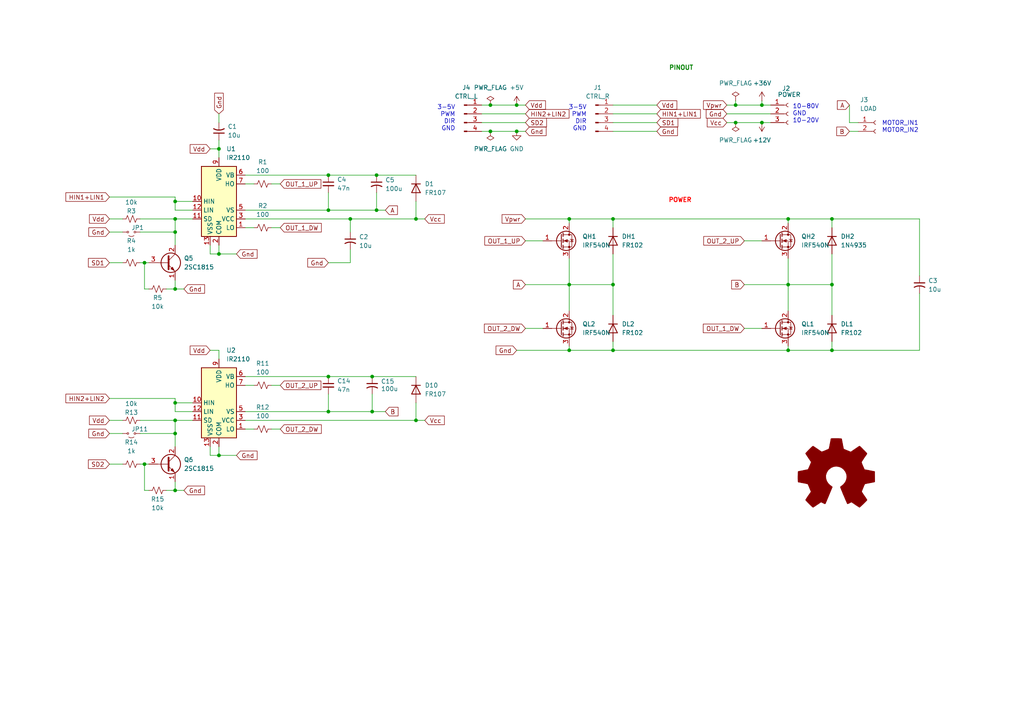
<source format=kicad_sch>
(kicad_sch (version 20250114) (generator "eeschema") (generator_version "9.0")
  (paper "A4")
  (title_block (title "DC MOTOR DRIVER") (date "2025-10-23") (rev "1.0") (comment 3 "Aplicacion: Variador de velocidad de motor DC con inversión de giro.") (comment 4 "Controlador PWM"))
  (lib_symbols
    (symbol "Connector:Conn_01x02_Socket" (pin_names (offset 1.016) (hide yes))
      (property "Reference" "J" (at 0 2.54 0))
      (property "Value" "Conn_01x02_Socket" (at 0 -5.08 0))
      (symbol "Conn_01x02_Socket_1_1"
        (polyline (pts (xy -1.27 0) (xy -0.508 0)) (stroke (width 0.1524)))
        (polyline (pts (xy -1.27 -2.54) (xy -0.508 -2.54)) (stroke (width 0.1524)))
        (arc (start 0 -0.508) (mid -0.5058 0) (end 0 0.508) (stroke (width 0.1524)))
        (arc (start 0 -3.048) (mid -0.5058 -2.54) (end 0 -2.032) (stroke (width 0.1524)))
        (pin passive line (at -5.08 0 0) (length 3.81) (name "Pin_1") (number "1"))
        (pin passive line (at -5.08 -2.54 0) (length 3.81) (name "Pin_2") (number "2"))
      )
    )
    (symbol "Connector:Conn_01x03_Socket" (pin_names (offset 1.016) (hide yes))
      (property "Reference" "J" (at 0 5.08 0))
      (property "Value" "Conn_01x03_Socket" (at 0 -5.08 0))
      (symbol "Conn_01x03_Socket_1_1"
        (polyline (pts (xy -1.27 2.54) (xy -0.508 2.54)) (stroke (width 0.1524)))
        (polyline (pts (xy -1.27 0) (xy -0.508 0)) (stroke (width 0.1524)))
        (polyline (pts (xy -1.27 -2.54) (xy -0.508 -2.54)) (stroke (width 0.1524)))
        (arc (start 0 2.032) (mid -0.5058 2.54) (end 0 3.048) (stroke (width 0.1524)))
        (arc (start 0 -0.508) (mid -0.5058 0) (end 0 0.508) (stroke (width 0.1524)))
        (arc (start 0 -3.048) (mid -0.5058 -2.54) (end 0 -2.032) (stroke (width 0.1524)))
        (pin passive line (at -5.08 2.54 0) (length 3.81) (name "Pin_1") (number "1"))
        (pin passive line (at -5.08 0 0) (length 3.81) (name "Pin_2") (number "2"))
        (pin passive line (at -5.08 -2.54 0) (length 3.81) (name "Pin_3") (number "3"))
      )
    )
    (symbol "Connector:Conn_01x04_Pin" (pin_names (offset 1.016) (hide yes))
      (property "Reference" "J" (at 0 5.08 0))
      (property "Value" "Conn_01x04_Pin" (at 0 -7.62 0))
      (symbol "Conn_01x04_Pin_1_1"
        (rectangle (start 0.8636 2.667) (end 0 2.413) (stroke (width 0.1524)) (fill (type outline)))
        (rectangle (start 0.8636 0.127) (end 0 -0.127) (stroke (width 0.1524)) (fill (type outline)))
        (rectangle (start 0.8636 -2.413) (end 0 -2.667) (stroke (width 0.1524)) (fill (type outline)))
        (rectangle (start 0.8636 -4.953) (end 0 -5.207) (stroke (width 0.1524)) (fill (type outline)))
        (polyline (pts (xy 1.27 2.54) (xy 0.8636 2.54)) (stroke (width 0.1524)))
        (polyline (pts (xy 1.27 0) (xy 0.8636 0)) (stroke (width 0.1524)))
        (polyline (pts (xy 1.27 -2.54) (xy 0.8636 -2.54)) (stroke (width 0.1524)))
        (polyline (pts (xy 1.27 -5.08) (xy 0.8636 -5.08)) (stroke (width 0.1524)))
        (pin passive line (at 5.08 2.54 180) (length 3.81) (name "Pin_1") (number "1"))
        (pin passive line (at 5.08 0 180) (length 3.81) (name "Pin_2") (number "2"))
        (pin passive line (at 5.08 -2.54 180) (length 3.81) (name "Pin_3") (number "3"))
        (pin passive line (at 5.08 -5.08 180) (length 3.81) (name "Pin_4") (number "4"))
      )
    )
    (symbol "Device:C_Small" (pin_numbers (hide yes)) (pin_names (offset 0.254) (hide yes))
      (property "Reference" "C" (at 0.254 1.778 0))
      (property "Value" "C_Small" (at 0.254 -2.032 0))
      (symbol "C_Small_0_1"
        (polyline (pts (xy -1.524 0.508) (xy 1.524 0.508)) (stroke (width 0.3048)))
        (polyline (pts (xy -1.524 -0.508) (xy 1.524 -0.508)) (stroke (width 0.3302)))
      )
      (symbol "C_Small_1_1"
        (pin passive line (at 0 2.54 270) (length 2.032) (name "~") (number "1"))
        (pin passive line (at 0 -2.54 90) (length 2.032) (name "~") (number "2"))
      )
    )
    (symbol "Device:C_Small_US" (pin_numbers (hide yes)) (pin_names (offset 0.254) (hide yes))
      (property "Reference" "C" (at 0.254 1.778 0))
      (property "Value" "C_Small_US" (at 0.254 -2.032 0))
      (symbol "C_Small_US_0_1"
        (polyline (pts (xy -1.524 0.508) (xy 1.524 0.508)) (stroke (width 0.3048)))
        (arc (start -1.524 -0.762) (mid 0 -0.3734) (end 1.524 -0.762) (stroke (width 0.3048)))
      )
      (symbol "C_Small_US_1_1"
        (pin passive line (at 0 2.54 270) (length 2.032) (name "~") (number "1"))
        (pin passive line (at 0 -2.54 90) (length 2.032) (name "~") (number "2"))
      )
    )
    (symbol "Device:R_Small_US" (pin_numbers (hide yes)) (pin_names (offset 0.254) (hide yes))
      (property "Reference" "R" (at 0.762 0.508 0))
      (property "Value" "R_Small_US" (at 0.762 -1.016 0))
      (symbol "R_Small_US_1_1"
        (polyline (pts (xy 0 1.524) (xy 1.016 1.143) (xy 0 0.762) (xy -1.016 0.381) (xy 0 0)))
        (polyline (pts (xy 0 0) (xy 1.016 -0.381) (xy 0 -0.762) (xy -1.016 -1.143) (xy 0 -1.524)))
        (pin passive line (at 0 2.54 270) (length 1.016) (name "~") (number "1"))
        (pin passive line (at 0 -2.54 90) (length 1.016) (name "~") (number "2"))
      )
    )
    (symbol "Diode:1N4935" (pin_numbers (hide yes)) (pin_names (hide yes))
      (property "Reference" "D" (at 0 2.54 0))
      (property "Value" "1N4935" (at 0 -2.54 0))
      (symbol "1N4935_0_1"
        (polyline (pts (xy -1.27 1.27) (xy -1.27 -1.27)) (stroke (width 0.254)))
        (polyline (pts (xy 1.27 1.27) (xy 1.27 -1.27) (xy -1.27 0) (xy 1.27 1.27)) (stroke (width 0.254)))
        (polyline (pts (xy 1.27 0) (xy -1.27 0)))
      )
      (symbol "1N4935_1_1"
        (pin passive line (at -3.81 0 0) (length 2.54) (name "K") (number "1"))
        (pin passive line (at 3.81 0 180) (length 2.54) (name "A") (number "2"))
      )
    )
    (symbol "Diode:1N914" (pin_numbers (hide yes)) (pin_names (hide yes))
      (property "Reference" "D" (at 0 2.54 0))
      (property "Value" "1N914" (at 0 -2.54 0))
      (symbol "1N914_0_1"
        (polyline (pts (xy -1.27 1.27) (xy -1.27 -1.27)) (stroke (width 0.254)))
        (polyline (pts (xy 1.27 1.27) (xy 1.27 -1.27) (xy -1.27 0) (xy 1.27 1.27)) (stroke (width 0.254)))
        (polyline (pts (xy 1.27 0) (xy -1.27 0)))
      )
      (symbol "1N914_1_1"
        (pin passive line (at -3.81 0 0) (length 2.54) (name "K") (number "1"))
        (pin passive line (at 3.81 0 180) (length 2.54) (name "A") (number "2"))
      )
    )
    (symbol "Driver_FET:IR2110"
      (property "Reference" "U" (at 1.27 13.335 0))
      (property "Value" "IR2110" (at 1.27 11.43 0))
      (symbol "IR2110_0_1"
        (rectangle (start -5.08 -10.16) (end 5.08 10.16) (stroke (width 0.254)) (fill (type background)))
      )
      (symbol "IR2110_1_1"
        (pin input line (at -7.62 0 0) (length 2.54) (name "HIN") (number "10"))
        (pin input line (at -7.62 -2.54 0) (length 2.54) (name "LIN") (number "12"))
        (pin input line (at -7.62 -5.08 0) (length 2.54) (name "SD") (number "11"))
        (pin no_connect line (at -5.08 7.62 0) (length 2.54) (hide yes) (name "NC") (number "4"))
        (pin no_connect line (at -5.08 5.08 0) (length 2.54) (hide yes) (name "NC") (number "8"))
        (pin no_connect line (at -5.08 2.54 0) (length 2.54) (hide yes) (name "NC") (number "14"))
        (pin power_in line (at -2.54 -12.7 90) (length 2.54) (name "VSS") (number "13"))
        (pin power_in line (at 0 12.7 270) (length 2.54) (name "VDD") (number "9"))
        (pin power_in line (at 0 -12.7 90) (length 2.54) (name "COM") (number "2"))
        (pin passive line (at 7.62 7.62 180) (length 2.54) (name "VB") (number "6"))
        (pin output line (at 7.62 5.08 180) (length 2.54) (name "HO") (number "7"))
        (pin passive line (at 7.62 -2.54 180) (length 2.54) (name "VS") (number "5"))
        (pin power_in line (at 7.62 -5.08 180) (length 2.54) (name "VCC") (number "3"))
        (pin output line (at 7.62 -7.62 180) (length 2.54) (name "LO") (number "1"))
      )
    )
    (symbol "Graphic:Logo_Open_Hardware_Large" (in_bom no) (on_board no)
      (symbol "Logo_Open_Hardware_Large_1_1"
        (polyline (pts (xy 6.731 -8.7122) (xy 6.6294 -8.6614) (xy 6.35 -8.4836) (xy 5.9944 -8.255) (xy 5.5372 -7.9502) (xy 5.1054 -7.6454) (xy 4.7498 -7.4168) (xy 4.4958 -7.239) (xy 4.3942 -7.1882) (xy 4.318 -7.2136) (xy 4.1148 -7.3152) (xy 3.81 -7.4676) (xy 3.6322 -7.5692) (xy 3.3528 -7.6708) (xy 3.2258 -7.6962) (xy 3.2004 -7.6708) (xy 3.0988 -7.4676) (xy 2.9464 -7.0866) (xy 2.7178 -6.604) (xy 2.4892 -6.0452) (xy 2.2352 -5.4356) (xy 1.9558 -4.826) (xy 1.7272 -4.2164) (xy 1.4986 -3.683) (xy 1.3208 -3.2512) (xy 1.2192 -2.9464) (xy 1.1684 -2.8194) (xy 1.1938 -2.794) (xy 1.3208 -2.667) (xy 1.5748 -2.4892) (xy 2.0828 -2.0574) (xy 2.6162 -1.397) (xy 2.921 -0.6604) (xy 3.048 0.1524) (xy 2.9464 0.9144) (xy 2.6416 1.6256) (xy 2.1336 2.286) (xy 1.524 2.7686) (xy 0.8128 3.0734) (xy 0 3.175) (xy -0.762 3.0988) (xy -1.4986 2.794) (xy -2.159 2.286) (xy -2.4384 1.9812) (xy -2.8194 1.3208) (xy -3.048 0.6096) (xy -3.0734 0.4318) (xy -3.0226 -0.3556) (xy -2.794 -1.0922) (xy -2.3876 -1.7526) (xy -1.8288 -2.3114) (xy -1.7526 -2.3622) (xy -1.4732 -2.5654) (xy -1.2954 -2.6924) (xy -1.1684 -2.8194) (xy -2.159 -5.207) (xy -2.3114 -5.588) (xy -2.5908 -6.2484) (xy -2.8194 -6.8072) (xy -3.0226 -7.2644) (xy -3.1496 -7.5692) (xy -3.2258 -7.6708) (xy -3.2258 -7.6962) (xy -3.302 -7.6962) (xy -3.4798 -7.6454) (xy -3.8354 -7.4676) (xy -4.0386 -7.366) (xy -4.2926 -7.239) (xy -4.4196 -7.1882) (xy -4.5212 -7.239) (xy -4.7498 -7.3914) (xy -5.1054 -7.6454) (xy -5.5372 -7.9248) (xy -5.9436 -8.2042) (xy -6.3246 -8.4582) (xy -6.604 -8.636) (xy -6.731 -8.7122) (xy -6.7564 -8.7122) (xy -6.858 -8.636) (xy -7.0866 -8.4582) (xy -7.4168 -8.1534) (xy -7.874 -7.6962) (xy -7.9502 -7.62) (xy -8.3312 -7.239) (xy -8.636 -6.9088) (xy -8.8392 -6.6802) (xy -8.9154 -6.5786) (xy -8.9154 -6.5786) (xy -8.8392 -6.4516) (xy -8.6614 -6.1722) (xy -8.4328 -5.7912) (xy -8.128 -5.3594) (xy -7.3152 -4.191) (xy -7.7724 -3.0988) (xy -7.8994 -2.7686) (xy -8.0772 -2.3622) (xy -8.2042 -2.0828) (xy -8.255 -1.9558) (xy -8.382 -1.905) (xy -8.6614 -1.8542) (xy -9.0932 -1.7526) (xy -9.6266 -1.651) (xy -10.1092 -1.5748) (xy -10.541 -1.4732) (xy -10.8712 -1.4224) (xy -11.0236 -1.397) (xy -11.049 -1.3716) (xy -11.0744 -1.2954) (xy -11.0998 -1.143) (xy -11.0998 -0.889) (xy -11.1252 -0.4572) (xy -11.1252 0.1524) (xy -11.1252 0.2286) (xy -11.0998 0.8128) (xy -11.0998 1.27) (xy -11.0744 1.5494) (xy -11.0744 1.6764) (xy -11.0744 1.6764) (xy -10.922 1.7018) (xy -10.6172 1.778) (xy -10.16 1.8542) (xy -9.652 1.9558) (xy -9.6012 1.9812) (xy -9.0932 2.0828) (xy -8.636 2.159) (xy -8.3312 2.2352) (xy -8.2042 2.286) (xy -8.1788 2.3114) (xy -8.0772 2.5146) (xy -7.9248 2.8448) (xy -7.747 3.2512) (xy -7.5692 3.6576) (xy -7.4168 4.0386) (xy -7.3152 4.318) (xy -7.2898 4.445) (xy -7.2898 4.445) (xy -7.366 4.572) (xy -7.5438 4.826) (xy -7.7978 5.207) (xy -8.128 5.6642) (xy -8.128 5.6896) (xy -8.4328 6.1468) (xy -8.6868 6.5278) (xy -8.8392 6.7818) (xy -8.9154 6.9088) (xy -8.9154 6.9088) (xy -8.8138 7.0358) (xy -8.5852 7.2898) (xy -8.255 7.6454) (xy -7.874 8.0264) (xy -7.747 8.1534) (xy -7.3152 8.5852) (xy -7.0104 8.8646) (xy -6.8326 8.9916) (xy -6.731 9.0424) (xy -6.731 9.0424) (xy -6.604 8.9408) (xy -6.3246 8.763) (xy -5.9436 8.509) (xy -5.4864 8.2042) (xy -5.461 8.1788) (xy -5.0038 7.874) (xy -4.6482 7.62) (xy -4.3688 7.4422) (xy -4.2672 7.3914) (xy -4.2418 7.3914) (xy -4.064 7.4422) (xy -3.7338 7.5438) (xy -3.3528 7.6962) (xy -2.9464 7.874) (xy -2.5654 8.0264) (xy -2.286 8.1534) (xy -2.159 8.2296) (xy -2.159 8.2296) (xy -2.1082 8.382) (xy -2.032 8.7122) (xy -1.9304 9.1694) (xy -1.8288 9.7282) (xy -1.8034 9.8044) (xy -1.7018 10.3378) (xy -1.6256 10.7696) (xy -1.5748 11.0744) (xy -1.524 11.2014) (xy -1.4478 11.2268) (xy -1.1938 11.2522) (xy -0.8128 11.2522) (xy -0.3302 11.2522) (xy 0.1524 11.2522) (xy 0.6604 11.2522) (xy 1.0668 11.2268) (xy 1.3716 11.2014) (xy 1.4986 11.176) (xy 1.4986 11.176) (xy 1.5494 11.0236) (xy 1.6256 10.6934) (xy 1.7018 10.2108) (xy 1.8288 9.6774) (xy 1.8288 9.5758) (xy 1.9304 9.0424) (xy 2.032 8.6106) (xy 2.0828 8.3058) (xy 2.1336 8.2042) (xy 2.159 8.1788) (xy 2.3876 8.0772) (xy 2.7432 7.9248) (xy 3.175 7.747) (xy 4.191 7.3406) (xy 5.461 8.2042) (xy 5.5626 8.2804) (xy 6.0198 8.5852) (xy 6.3754 8.8392) (xy 6.6294 8.9916) (xy 6.7564 9.0424) (xy 6.7564 9.0424) (xy 6.8834 8.9408) (xy 7.1374 8.7122) (xy 7.4676 8.382) (xy 7.8486 7.9756) (xy 8.1534 7.6962) (xy 8.4836 7.3406) (xy 8.7122 7.112) (xy 8.8392 6.9596) (xy 8.8646 6.858) (xy 8.8646 6.8072) (xy 8.7884 6.6802) (xy 8.6106 6.4008) (xy 8.3312 6.0198) (xy 8.0264 5.588) (xy 7.7978 5.207) (xy 7.5184 4.8006) (xy 7.3406 4.4958) (xy 7.2898 4.3434) (xy 7.2898 4.2926) (xy 7.3914 4.0386) (xy 7.5184 3.683) (xy 7.7216 3.2258) (xy 8.1534 2.2352) (xy 8.7884 2.1082) (xy 9.1948 2.0574) (xy 9.7536 1.9304) (xy 10.2616 1.8288) (xy 11.0998 1.6764) (xy 11.1252 -1.3208) (xy 10.9982 -1.3716) (xy 10.8712 -1.397) (xy 10.5664 -1.4732) (xy 10.1346 -1.5494) (xy 9.6266 -1.651) (xy 9.1948 -1.7272) (xy 8.7376 -1.8288) (xy 8.4328 -1.8796) (xy 8.2804 -1.905) (xy 8.255 -1.9558) (xy 8.1534 -2.159) (xy 7.9756 -2.5146) (xy 7.8232 -2.921) (xy 7.6454 -3.3274) (xy 7.493 -3.7338) (xy 7.366 -4.0132) (xy 7.3406 -4.191) (xy 7.3914 -4.2926) (xy 7.5692 -4.5466) (xy 7.7978 -4.9276) (xy 8.1026 -5.3594) (xy 8.4074 -5.7912) (xy 8.6614 -6.1722) (xy 8.8138 -6.4262) (xy 8.89 -6.5532) (xy 8.8646 -6.6548) (xy 8.6868 -6.858) (xy 8.3566 -7.1882) (xy 7.874 -7.6708) (xy 7.7978 -7.747) (xy 7.3914 -8.128) (xy 7.0612 -8.4328) (xy 6.8326 -8.636) (xy 6.731 -8.7122)) (fill (type outline)))
      )
    )
    (symbol "Jumper:Jumper_2_Small_Open" (pin_numbers (hide yes)) (pin_names (offset 0) (hide yes))
      (property "Reference" "JP" (at 0 2.794 0))
      (property "Value" "Jumper_2_Small_Open" (at 0 -2.286 0))
      (symbol "Jumper_2_Small_Open_0_0"
        (circle (center -1.016 0) (radius 0.254))
        (circle (center 1.016 0) (radius 0.254))
      )
      (symbol "Jumper_2_Small_Open_0_1"
        (arc (start -0.762 1.0196) (mid 0 1.2729) (end 0.762 1.0196))
      )
      (symbol "Jumper_2_Small_Open_1_1"
        (pin passive line (at -2.54 0 0) (length 1.27) (name "A") (number "1"))
        (pin passive line (at 2.54 0 180) (length 1.27) (name "B") (number "2"))
      )
    )
    (symbol "Transistor_BJT:2SC1815" (pin_names (offset 0) (hide yes))
      (property "Reference" "Q" (at 5.08 1.905 0))
      (property "Value" "2SC1815" (at 5.08 0 0))
      (symbol "2SC1815_0_1"
        (polyline (pts (xy -2.54 0) (xy 0.635 0)))
        (polyline (pts (xy 0.635 1.905) (xy 0.635 -1.905)) (stroke (width 0.508)))
        (circle (center 1.27 0) (radius 2.8194) (stroke (width 0.254)))
      )
      (symbol "2SC1815_1_1"
        (polyline (pts (xy 0.635 0.635) (xy 2.54 2.54)))
        (polyline (pts (xy 0.635 -0.635) (xy 2.54 -2.54)))
        (polyline (pts (xy 1.27 -1.778) (xy 1.778 -1.27) (xy 2.286 -2.286) (xy 1.27 -1.778)) (fill (type outline)))
        (pin input line (at -5.08 0 0) (length 2.54) (name "B") (number "3"))
        (pin passive line (at 2.54 5.08 270) (length 2.54) (name "C") (number "2"))
        (pin passive line (at 2.54 -5.08 90) (length 2.54) (name "E") (number "1"))
      )
    )
    (symbol "Transistor_FET:IRF540N" (pin_names (hide yes))
      (property "Reference" "Q" (at 5.08 1.905 0))
      (property "Value" "IRF540N" (at 5.08 0 0))
      (symbol "IRF540N_0_1"
        (polyline (pts (xy 0.254 1.905) (xy 0.254 -1.905)) (stroke (width 0.254)))
        (polyline (pts (xy 0.254 0) (xy -2.54 0)))
        (polyline (pts (xy 0.762 2.286) (xy 0.762 1.27)) (stroke (width 0.254)))
        (polyline (pts (xy 0.762 0.508) (xy 0.762 -0.508)) (stroke (width 0.254)))
        (polyline (pts (xy 0.762 -1.27) (xy 0.762 -2.286)) (stroke (width 0.254)))
        (polyline (pts (xy 0.762 -1.778) (xy 3.302 -1.778) (xy 3.302 1.778) (xy 0.762 1.778)))
        (polyline (pts (xy 1.016 0) (xy 2.032 0.381) (xy 2.032 -0.381) (xy 1.016 0)) (fill (type outline)))
        (circle (center 1.651 0) (radius 2.794) (stroke (width 0.254)))
        (polyline (pts (xy 2.54 2.54) (xy 2.54 1.778)))
        (circle (center 2.54 1.778) (radius 0.254) (fill (type outline)))
        (circle (center 2.54 -1.778) (radius 0.254) (fill (type outline)))
        (polyline (pts (xy 2.54 -2.54) (xy 2.54 0) (xy 0.762 0)))
        (polyline (pts (xy 2.794 0.508) (xy 2.921 0.381) (xy 3.683 0.381) (xy 3.81 0.254)))
        (polyline (pts (xy 3.302 0.381) (xy 2.921 -0.254) (xy 3.683 -0.254) (xy 3.302 0.381)))
      )
      (symbol "IRF540N_1_1"
        (pin input line (at -5.08 0 0) (length 2.54) (name "G") (number "1"))
        (pin passive line (at 2.54 5.08 270) (length 2.54) (name "D") (number "2"))
        (pin passive line (at 2.54 -5.08 90) (length 2.54) (name "S") (number "3"))
      )
    )
    (symbol "power:+12V" (power) (pin_numbers (hide yes)) (pin_names (offset 0) (hide yes))
      (property "Value" "+12V" (at 0 3.556 0))
      (symbol "+12V_0_1"
        (polyline (pts (xy -0.762 1.27) (xy 0 2.54)))
        (polyline (pts (xy 0 2.54) (xy 0.762 1.27)))
        (polyline (pts (xy 0 0) (xy 0 2.54)))
      )
      (symbol "+12V_1_1"
        (pin power_in line (at 0 0 90) (length 0) (name "~") (number "1"))
      )
    )
    (symbol "power:+36V" (power) (pin_numbers (hide yes)) (pin_names (offset 0) (hide yes))
      (property "Value" "+36V" (at 0 3.556 0))
      (symbol "+36V_0_1"
        (polyline (pts (xy -0.762 1.27) (xy 0 2.54)))
        (polyline (pts (xy 0 2.54) (xy 0.762 1.27)))
        (polyline (pts (xy 0 0) (xy 0 2.54)))
      )
      (symbol "+36V_1_1"
        (pin power_in line (at 0 0 90) (length 0) (name "~") (number "1"))
      )
    )
    (symbol "power:+5V" (power) (pin_numbers (hide yes)) (pin_names (offset 0) (hide yes))
      (property "Value" "+5V" (at 0 3.556 0))
      (symbol "+5V_0_1"
        (polyline (pts (xy -0.762 1.27) (xy 0 2.54)))
        (polyline (pts (xy 0 2.54) (xy 0.762 1.27)))
        (polyline (pts (xy 0 0) (xy 0 2.54)))
      )
      (symbol "+5V_1_1"
        (pin power_in line (at 0 0 90) (length 0) (name "~") (number "1"))
      )
    )
    (symbol "power:GND" (power) (pin_numbers (hide yes)) (pin_names (offset 0) (hide yes))
      (property "Value" "GND" (at 0 -3.81 0))
      (symbol "GND_0_1"
        (polyline (pts (xy 0 0) (xy 0 -1.27) (xy 1.27 -1.27) (xy 0 -2.54) (xy -1.27 -1.27) (xy 0 -1.27)))
      )
      (symbol "GND_1_1"
        (pin power_in line (at 0 0 270) (length 0) (name "~") (number "1"))
      )
    )
    (symbol "power:PWR_FLAG" (power) (pin_numbers (hide yes)) (pin_names (offset 0) (hide yes))
      (property "Value" "PWR_FLAG" (at 0 3.81 0))
      (symbol "PWR_FLAG_0_0"
        (pin power_out line (at 0 0 90) (length 0) (name "~") (number "1"))
      )
      (symbol "PWR_FLAG_0_1"
        (polyline (pts (xy 0 0) (xy 0 1.27) (xy -1.016 1.905) (xy 0 2.54) (xy 1.016 1.905) (xy 0 1.27)))
      )
    )
  )
  (text "3-5V\nPWM\nDIR\nGND" (at 170.18 34.29 0) (effects (font (size 1.27 1.27)) (justify right)))
  (text "PINOUT" (at 201.168 19.812 0) (effects (font (size 1.27 1.27) (thickness 0.254) (bold yes)) (justify right)))
  (text "10-80V\nGND\n10-20V" (at 229.87 33.02 0) (effects (font (size 1.27 1.27)) (justify left)))
  (text "3-5V\nPWM\nDIR\nGND" (at 132.08 34.29 0) (effects (font (size 1.27 1.27)) (justify right)))
  (text "POWER" (at 200.66 58.166 0) (effects (font (size 1.27 1.27) (thickness 0.254) (bold yes)) (justify right)))
  (text "MOTOR_IN1\nMOTOR_IN2" (at 255.778 36.83 0) (effects (font (size 1.27 1.27)) (justify left)))
  (junction (at 63.5 43.18))
  (junction (at 101.6 63.5))
  (junction (at 109.22 60.96))
  (junction (at 109.22 50.8))
  (junction (at 149.86 30.48))
  (junction (at 220.98 30.48))
  (junction (at 120.65 63.5))
  (junction (at 177.8 82.55))
  (junction (at 63.5 73.66))
  (junction (at 50.8 83.82))
  (junction (at 142.24 30.48))
  (junction (at 50.8 63.5))
  (junction (at 41.91 134.62))
  (junction (at 142.24 38.1))
  (junction (at 107.95 119.38))
  (junction (at 120.65 121.92))
  (junction (at 177.8 63.5))
  (junction (at 95.25 109.22))
  (junction (at 165.1 63.5))
  (junction (at 241.3 101.6))
  (junction (at 241.3 82.55))
  (junction (at 220.98 35.56))
  (junction (at 41.91 76.2))
  (junction (at 107.95 109.22))
  (junction (at 50.8 121.92))
  (junction (at 63.5 132.08))
  (junction (at 50.8 67.31))
  (junction (at 50.8 116.84))
  (junction (at 177.8 101.6))
  (junction (at 95.25 60.96))
  (junction (at 95.25 50.8))
  (junction (at 149.86 38.1))
  (junction (at 213.36 30.48))
  (junction (at 228.6 82.55))
  (junction (at 228.6 63.5))
  (junction (at 165.1 82.55))
  (junction (at 228.6 101.6))
  (junction (at 241.3 63.5))
  (junction (at 165.1 101.6))
  (junction (at 95.25 119.38))
  (junction (at 50.8 125.73))
  (junction (at 50.8 58.42))
  (junction (at 50.8 142.24))
  (junction (at 213.36 35.56))
  (wire (pts (xy 101.6 76.2) (xy 95.25 76.2)))
  (wire (pts (xy 71.12 121.92) (xy 120.65 121.92)))
  (wire (pts (xy 120.65 58.42) (xy 120.65 63.5)))
  (wire (pts (xy 120.65 63.5) (xy 123.19 63.5)))
  (wire (pts (xy 241.3 66.04) (xy 241.3 63.5)))
  (wire (pts (xy 95.25 50.8) (xy 109.22 50.8)))
  (wire (pts (xy 220.98 35.56) (xy 223.52 35.56)))
  (wire (pts (xy 41.91 76.2) (xy 41.91 83.82)))
  (wire (pts (xy 120.65 121.92) (xy 123.19 121.92)))
  (wire (pts (xy 48.26 83.82) (xy 50.8 83.82)))
  (wire (pts (xy 95.25 55.88) (xy 95.25 60.96)))
  (wire (pts (xy 120.65 116.84) (xy 120.65 121.92)))
  (wire (pts (xy 63.5 33.02) (xy 63.5 35.56)))
  (wire (pts (xy 228.6 63.5) (xy 241.3 63.5)))
  (wire (pts (xy 40.64 125.73) (xy 50.8 125.73)))
  (wire (pts (xy 71.12 111.76) (xy 73.66 111.76)))
  (wire (pts (xy 63.5 132.08) (xy 68.58 132.08)))
  (wire (pts (xy 50.8 142.24) (xy 53.34 142.24)))
  (wire (pts (xy 177.8 30.48) (xy 190.5 30.48)))
  (wire (pts (xy 50.8 121.92) (xy 50.8 125.73)))
  (wire (pts (xy 220.98 30.48) (xy 223.52 30.48)))
  (wire (pts (xy 50.8 116.84) (xy 55.88 116.84)))
  (wire (pts (xy 31.75 76.2) (xy 35.56 76.2)))
  (wire (pts (xy 40.64 63.5) (xy 50.8 63.5)))
  (wire (pts (xy 177.8 63.5) (xy 228.6 63.5)))
  (wire (pts (xy 165.1 82.55) (xy 177.8 82.55)))
  (wire (pts (xy 41.91 134.62) (xy 41.91 142.24)))
  (wire (pts (xy 149.86 101.6) (xy 165.1 101.6)))
  (wire (pts (xy 177.8 73.66) (xy 177.8 82.55)))
  (wire (pts (xy 50.8 58.42) (xy 55.88 58.42)))
  (wire (pts (xy 78.74 66.04) (xy 81.28 66.04)))
  (wire (pts (xy 71.12 60.96) (xy 95.25 60.96)))
  (wire (pts (xy 165.1 101.6) (xy 177.8 101.6)))
  (wire (pts (xy 48.26 142.24) (xy 50.8 142.24)))
  (wire (pts (xy 50.8 63.5) (xy 55.88 63.5)))
  (wire (pts (xy 228.6 100.33) (xy 228.6 101.6)))
  (wire (pts (xy 165.1 100.33) (xy 165.1 101.6)))
  (wire (pts (xy 101.6 72.39) (xy 101.6 76.2)))
  (wire (pts (xy 139.7 38.1) (xy 142.24 38.1)))
  (wire (pts (xy 50.8 81.28) (xy 50.8 83.82)))
  (wire (pts (xy 71.12 109.22) (xy 95.25 109.22)))
  (wire (pts (xy 63.5 40.64) (xy 63.5 43.18)))
  (wire (pts (xy 63.5 129.54) (xy 63.5 132.08)))
  (wire (pts (xy 78.74 111.76) (xy 81.28 111.76)))
  (wire (pts (xy 60.96 132.08) (xy 63.5 132.08)))
  (wire (pts (xy 60.96 129.54) (xy 60.96 132.08)))
  (wire (pts (xy 152.4 69.85) (xy 157.48 69.85)))
  (wire (pts (xy 63.5 71.12) (xy 63.5 73.66)))
  (wire (pts (xy 213.36 30.48) (xy 220.98 30.48)))
  (wire (pts (xy 152.4 82.55) (xy 165.1 82.55)))
  (wire (pts (xy 71.12 50.8) (xy 95.25 50.8)))
  (wire (pts (xy 101.6 63.5) (xy 120.65 63.5)))
  (wire (pts (xy 31.75 134.62) (xy 35.56 134.62)))
  (wire (pts (xy 60.96 73.66) (xy 63.5 73.66)))
  (wire (pts (xy 60.96 71.12) (xy 60.96 73.66)))
  (wire (pts (xy 50.8 57.15) (xy 50.8 58.42)))
  (wire (pts (xy 78.74 53.34) (xy 81.28 53.34)))
  (wire (pts (xy 40.64 134.62) (xy 41.91 134.62)))
  (wire (pts (xy 40.64 67.31) (xy 50.8 67.31)))
  (wire (pts (xy 40.64 76.2) (xy 41.91 76.2)))
  (wire (pts (xy 139.7 35.56) (xy 152.4 35.56)))
  (wire (pts (xy 71.12 63.5) (xy 101.6 63.5)))
  (wire (pts (xy 50.8 121.92) (xy 55.88 121.92)))
  (wire (pts (xy 107.95 114.3) (xy 107.95 119.38)))
  (wire (pts (xy 152.4 63.5) (xy 165.1 63.5)))
  (wire (pts (xy 165.1 82.55) (xy 165.1 90.17)))
  (wire (pts (xy 43.18 83.82) (xy 41.91 83.82)))
  (wire (pts (xy 31.75 63.5) (xy 35.56 63.5)))
  (wire (pts (xy 31.75 57.15) (xy 50.8 57.15)))
  (wire (pts (xy 109.22 60.96) (xy 111.76 60.96)))
  (wire (pts (xy 31.75 125.73) (xy 35.56 125.73)))
  (wire (pts (xy 41.91 76.2) (xy 43.18 76.2)))
  (wire (pts (xy 246.38 35.56) (xy 248.92 35.56)))
  (wire (pts (xy 31.75 67.31) (xy 35.56 67.31)))
  (wire (pts (xy 71.12 66.04) (xy 73.66 66.04)))
  (wire (pts (xy 50.8 115.57) (xy 50.8 116.84)))
  (wire (pts (xy 177.8 38.1) (xy 190.5 38.1)))
  (wire (pts (xy 228.6 101.6) (xy 241.3 101.6)))
  (wire (pts (xy 177.8 35.56) (xy 190.5 35.56)))
  (wire (pts (xy 177.8 101.6) (xy 228.6 101.6)))
  (wire (pts (xy 215.9 82.55) (xy 228.6 82.55)))
  (wire (pts (xy 40.64 121.92) (xy 50.8 121.92)))
  (wire (pts (xy 107.95 109.22) (xy 120.65 109.22)))
  (wire (pts (xy 266.7 101.6) (xy 266.7 85.09)))
  (wire (pts (xy 71.12 124.46) (xy 73.66 124.46)))
  (wire (pts (xy 63.5 101.6) (xy 63.5 104.14)))
  (wire (pts (xy 165.1 63.5) (xy 165.1 64.77)))
  (wire (pts (xy 241.3 101.6) (xy 266.7 101.6)))
  (wire (pts (xy 50.8 63.5) (xy 50.8 67.31)))
  (wire (pts (xy 50.8 83.82) (xy 53.34 83.82)))
  (wire (pts (xy 177.8 99.06) (xy 177.8 101.6)))
  (wire (pts (xy 210.82 33.02) (xy 223.52 33.02)))
  (wire (pts (xy 101.6 63.5) (xy 101.6 67.31)))
  (wire (pts (xy 95.25 60.96) (xy 109.22 60.96)))
  (wire (pts (xy 246.38 30.48) (xy 246.38 35.56)))
  (wire (pts (xy 266.7 80.01) (xy 266.7 63.5)))
  (wire (pts (xy 50.8 119.38) (xy 55.88 119.38)))
  (wire (pts (xy 210.82 35.56) (xy 213.36 35.56)))
  (wire (pts (xy 139.7 33.02) (xy 152.4 33.02)))
  (wire (pts (xy 63.5 43.18) (xy 63.5 45.72)))
  (wire (pts (xy 149.86 30.48) (xy 152.4 30.48)))
  (wire (pts (xy 177.8 82.55) (xy 177.8 91.44)))
  (wire (pts (xy 78.74 124.46) (xy 81.28 124.46)))
  (wire (pts (xy 215.9 95.25) (xy 220.98 95.25)))
  (wire (pts (xy 228.6 82.55) (xy 228.6 90.17)))
  (wire (pts (xy 41.91 134.62) (xy 43.18 134.62)))
  (wire (pts (xy 50.8 58.42) (xy 50.8 60.96)))
  (wire (pts (xy 60.96 101.6) (xy 63.5 101.6)))
  (wire (pts (xy 95.25 119.38) (xy 107.95 119.38)))
  (wire (pts (xy 248.92 38.1) (xy 246.38 38.1)))
  (wire (pts (xy 213.36 35.56) (xy 220.98 35.56)))
  (wire (pts (xy 50.8 139.7) (xy 50.8 142.24)))
  (wire (pts (xy 31.75 121.92) (xy 35.56 121.92)))
  (wire (pts (xy 71.12 119.38) (xy 95.25 119.38)))
  (wire (pts (xy 95.25 109.22) (xy 107.95 109.22)))
  (wire (pts (xy 139.7 30.48) (xy 142.24 30.48)))
  (wire (pts (xy 31.75 115.57) (xy 50.8 115.57)))
  (wire (pts (xy 213.36 29.21) (xy 213.36 30.48)))
  (wire (pts (xy 215.9 69.85) (xy 220.98 69.85)))
  (wire (pts (xy 241.3 82.55) (xy 241.3 91.44)))
  (wire (pts (xy 165.1 63.5) (xy 177.8 63.5)))
  (wire (pts (xy 241.3 101.6) (xy 241.3 99.06)))
  (wire (pts (xy 63.5 73.66) (xy 68.58 73.66)))
  (wire (pts (xy 109.22 55.88) (xy 109.22 60.96)))
  (wire (pts (xy 177.8 63.5) (xy 177.8 66.04)))
  (wire (pts (xy 228.6 74.93) (xy 228.6 82.55)))
  (wire (pts (xy 50.8 116.84) (xy 50.8 119.38)))
  (wire (pts (xy 71.12 53.34) (xy 73.66 53.34)))
  (wire (pts (xy 241.3 73.66) (xy 241.3 82.55)))
  (wire (pts (xy 50.8 67.31) (xy 50.8 71.12)))
  (wire (pts (xy 43.18 142.24) (xy 41.91 142.24)))
  (wire (pts (xy 228.6 63.5) (xy 228.6 64.77)))
  (wire (pts (xy 177.8 33.02) (xy 190.5 33.02)))
  (wire (pts (xy 142.24 38.1) (xy 149.86 38.1)))
  (wire (pts (xy 142.24 30.48) (xy 149.86 30.48)))
  (wire (pts (xy 149.86 38.1) (xy 152.4 38.1)))
  (wire (pts (xy 152.4 95.25) (xy 157.48 95.25)))
  (wire (pts (xy 228.6 82.55) (xy 241.3 82.55)))
  (wire (pts (xy 50.8 125.73) (xy 50.8 129.54)))
  (wire (pts (xy 165.1 74.93) (xy 165.1 82.55)))
  (wire (pts (xy 109.22 50.8) (xy 120.65 50.8)))
  (wire (pts (xy 60.96 43.18) (xy 63.5 43.18)))
  (wire (pts (xy 210.82 30.48) (xy 213.36 30.48)))
  (wire (pts (xy 50.8 60.96) (xy 55.88 60.96)))
  (wire (pts (xy 107.95 119.38) (xy 111.76 119.38)))
  (wire (pts (xy 266.7 63.5) (xy 241.3 63.5)))
  (wire (pts (xy 220.98 29.21) (xy 220.98 30.48)))
  (wire (pts (xy 95.25 114.3) (xy 95.25 119.38)))
  (global_label "OUT_2_UP" (shape input) (at 81.28 111.76 0) (property "Intersheetrefs" "${INTERSHEET_REFS}" (effects (hide yes))))
  (global_label "Gnd" (shape input) (at 95.25 76.2 180) (property "Intersheetrefs" "${INTERSHEET_REFS}" (effects (hide yes))))
  (global_label "OUT_1_UP" (shape input) (at 81.28 53.34 0) (property "Intersheetrefs" "${INTERSHEET_REFS}" (effects (hide yes))))
  (global_label "Gnd" (shape input) (at 152.4 38.1 0) (property "Intersheetrefs" "${INTERSHEET_REFS}" (effects (hide yes))))
  (global_label "B" (shape input) (at 215.9 82.55 180) (property "Intersheetrefs" "${INTERSHEET_REFS}" (effects (hide yes))))
  (global_label "A" (shape input) (at 111.76 60.96 0) (property "Intersheetrefs" "${INTERSHEET_REFS}" (effects (hide yes))))
  (global_label "B" (shape input) (at 246.38 38.1 180) (property "Intersheetrefs" "${INTERSHEET_REFS}" (effects (hide yes))))
  (global_label "SD2" (shape input) (at 152.4 35.56 0) (property "Intersheetrefs" "${INTERSHEET_REFS}" (effects (hide yes))))
  (global_label "B" (shape input) (at 111.76 119.38 0) (property "Intersheetrefs" "${INTERSHEET_REFS}" (effects (hide yes))))
  (global_label "Vpwr" (shape input) (at 152.4 63.5 180) (property "Intersheetrefs" "${INTERSHEET_REFS}" (effects (hide yes))))
  (global_label "Vcc" (shape input) (at 210.82 35.56 180) (property "Intersheetrefs" "${INTERSHEET_REFS}" (effects (hide yes))))
  (global_label "Vcc" (shape input) (at 123.19 63.5 0) (property "Intersheetrefs" "${INTERSHEET_REFS}" (effects (hide yes))))
  (global_label "SD2" (shape input) (at 31.75 134.62 180) (property "Intersheetrefs" "${INTERSHEET_REFS}" (effects (hide yes))))
  (global_label "Gnd" (shape input) (at 63.5 33.02 90) (property "Intersheetrefs" "${INTERSHEET_REFS}" (effects (hide yes))))
  (global_label "OUT_1_DW" (shape input) (at 215.9 95.25 180) (property "Intersheetrefs" "${INTERSHEET_REFS}" (effects (hide yes))))
  (global_label "Vdd" (shape input) (at 60.96 101.6 180) (property "Intersheetrefs" "${INTERSHEET_REFS}" (effects (hide yes))))
  (global_label "Gnd" (shape input) (at 210.82 33.02 180) (property "Intersheetrefs" "${INTERSHEET_REFS}" (effects (hide yes))))
  (global_label "Gnd" (shape input) (at 190.5 38.1 0) (property "Intersheetrefs" "${INTERSHEET_REFS}" (effects (hide yes))))
  (global_label "HIN2+LIN2" (shape input) (at 31.75 115.57 180) (property "Intersheetrefs" "${INTERSHEET_REFS}" (effects (hide yes))))
  (global_label "Gnd" (shape input) (at 53.34 83.82 0) (property "Intersheetrefs" "${INTERSHEET_REFS}" (effects (hide yes))))
  (global_label "Gnd" (shape input) (at 31.75 67.31 180) (property "Intersheetrefs" "${INTERSHEET_REFS}" (effects (hide yes))))
  (global_label "Vdd" (shape input) (at 152.4 30.48 0) (property "Intersheetrefs" "${INTERSHEET_REFS}" (effects (hide yes))))
  (global_label "Vdd" (shape input) (at 31.75 63.5 180) (property "Intersheetrefs" "${INTERSHEET_REFS}" (effects (hide yes))))
  (global_label "HIN1+LIN1" (shape input) (at 31.75 57.15 180) (property "Intersheetrefs" "${INTERSHEET_REFS}" (effects (hide yes))))
  (global_label "SD1" (shape input) (at 190.5 35.56 0) (property "Intersheetrefs" "${INTERSHEET_REFS}" (effects (hide yes))))
  (global_label "Gnd" (shape input) (at 53.34 142.24 0) (property "Intersheetrefs" "${INTERSHEET_REFS}" (effects (hide yes))))
  (global_label "Gnd" (shape input) (at 68.58 73.66 0) (property "Intersheetrefs" "${INTERSHEET_REFS}" (effects (hide yes))))
  (global_label "HIN1+LIN1" (shape input) (at 190.5 33.02 0) (property "Intersheetrefs" "${INTERSHEET_REFS}" (effects (hide yes))))
  (global_label "Vdd" (shape input) (at 60.96 43.18 180) (property "Intersheetrefs" "${INTERSHEET_REFS}" (effects (hide yes))))
  (global_label "Vdd" (shape input) (at 190.5 30.48 0) (property "Intersheetrefs" "${INTERSHEET_REFS}" (effects (hide yes))))
  (global_label "OUT_1_DW" (shape input) (at 81.28 66.04 0) (property "Intersheetrefs" "${INTERSHEET_REFS}" (effects (hide yes))))
  (global_label "Vpwr" (shape input) (at 210.82 30.48 180) (property "Intersheetrefs" "${INTERSHEET_REFS}" (effects (hide yes))))
  (global_label "Vdd" (shape input) (at 31.75 121.92 180) (property "Intersheetrefs" "${INTERSHEET_REFS}" (effects (hide yes))))
  (global_label "A" (shape input) (at 152.4 82.55 180) (property "Intersheetrefs" "${INTERSHEET_REFS}" (effects (hide yes))))
  (global_label "A" (shape input) (at 246.38 30.48 180) (property "Intersheetrefs" "${INTERSHEET_REFS}" (effects (hide yes))))
  (global_label "Gnd" (shape input) (at 31.75 125.73 180) (property "Intersheetrefs" "${INTERSHEET_REFS}" (effects (hide yes))))
  (global_label "OUT_1_UP" (shape input) (at 152.4 69.85 180) (property "Intersheetrefs" "${INTERSHEET_REFS}" (effects (hide yes))))
  (global_label "OUT_2_DW" (shape input) (at 81.28 124.46 0) (property "Intersheetrefs" "${INTERSHEET_REFS}" (effects (hide yes))))
  (global_label "Gnd" (shape input) (at 149.86 101.6 180) (property "Intersheetrefs" "${INTERSHEET_REFS}" (effects (hide yes))))
  (global_label "SD1" (shape input) (at 31.75 76.2 180) (property "Intersheetrefs" "${INTERSHEET_REFS}" (effects (hide yes))))
  (global_label "OUT_2_DW" (shape input) (at 152.4 95.25 180) (property "Intersheetrefs" "${INTERSHEET_REFS}" (effects (hide yes))))
  (global_label "Gnd" (shape input) (at 68.58 132.08 0) (property "Intersheetrefs" "${INTERSHEET_REFS}" (effects (hide yes))))
  (global_label "OUT_2_UP" (shape input) (at 215.9 69.85 180) (property "Intersheetrefs" "${INTERSHEET_REFS}" (effects (hide yes))))
  (global_label "HIN2+LIN2" (shape input) (at 152.4 33.02 0) (property "Intersheetrefs" "${INTERSHEET_REFS}" (effects (hide yes))))
  (global_label "Vcc" (shape input) (at 123.19 121.92 0) (property "Intersheetrefs" "${INTERSHEET_REFS}" (effects (hide yes))))
  (symbol (lib_id "Connector:Conn_01x02_Socket") (at 254 35.56 0) (unit 1)
    (property "Reference" "J3" (at 249.428 28.956 0) (effects (justify left)))
    (property "Value" "LOAD" (at 249.428 31.496 0) (effects (justify left)))
    (property "Footprint" "Connector_PinHeader_2.54mm:PinHeader_1x02_P2.54mm_Vertical" (effects (hide yes)))
    (property "Description" "Generic connector, single row, 01x02, script generated" (effects (hide yes)))
  )
  (symbol (lib_id "Device:R_Small_US") (at 76.2 53.34 90) (unit 1)
    (property "Reference" "R1" (at 76.2 46.99 90))
    (property "Value" "100" (at 76.2 49.53 90))
    (property "Footprint" "Resistor_THT:R_Axial_DIN0207_L6.3mm_D2.5mm_P10.16mm_Horizontal" (effects (hide yes)))
    (property "Description" "Resistor, small US symbol" (effects (hide yes)))
  )
  (symbol (lib_id "Device:R_Small_US") (at 38.1 76.2 270) (unit 1)
    (property "Reference" "R4" (at 38.1 69.85 90))
    (property "Value" "1k" (at 38.1 72.39 90))
    (property "Footprint" "Resistor_THT:R_Axial_DIN0207_L6.3mm_D2.5mm_P10.16mm_Horizontal" (effects (hide yes)))
    (property "Description" "Resistor, small US symbol" (effects (hide yes)))
  )
  (symbol (lib_id "Diode:1N4935") (at 177.8 69.85 270) (unit 1)
    (property "Reference" "DH1" (at 180.34 68.5799 90) (effects (justify left)))
    (property "Value" "FR102" (at 180.34 71.1199 90) (effects (justify left)))
    (property "Footprint" "Diode_THT:D_DO-41_SOD81_P10.16mm_Horizontal" (effects (hide yes)))
    (property "Datasheet" "https://www.vishay.com/docs/88508/1n4933.pdf" (effects (hide yes)))
    (property "Description" "Fast Switching Plastic Rectifier, VRRM 200V, IF(AV) 1.0A, trr 200ns, DO-41" (effects (hide yes)))
    (property "Sim.Device" "D" (effects (hide yes)))
    (property "Sim.Pins" "1=K 2=A" (effects (hide yes)))
  )
  (symbol (lib_id "Jumper:Jumper_2_Small_Open") (at 38.1 125.73 180) (unit 1)
    (property "Reference" "JP11" (at 38.0999 124.46 0) (effects (justify right)))
    (property "Value" "Jumper_2_Small_Open" (effects (hide yes)))
    (property "Footprint" "Connector_PinHeader_2.54mm:PinHeader_2x01_P2.54mm_Vertical" (effects (hide yes)))
    (property "Description" "Jumper, 2-pole, small symbol, open" (effects (hide yes)))
  )
  (symbol (lib_id "Device:C_Small_US") (at 107.95 111.76 0) (unit 1)
    (property "Reference" "C15" (at 110.49 110.6169 0) (effects (justify left)))
    (property "Value" "100u" (at 110.49 112.776 0) (effects (justify left)))
    (property "Footprint" "Capacitor_THT:CP_Radial_D10.0mm_P2.50mm" (effects (hide yes)))
    (property "Description" "capacitor, small US symbol" (effects (hide yes)))
  )
  (symbol (lib_id "power:GND") (at 149.86 38.1 0) (unit 1)
    (property "Reference" "#PWR06" (effects (hide yes)))
    (property "Value" "GND" (at 149.86 43.18 0))
    (property "Description" "Power symbol creates a global label with name \"GND\" , ground" (effects (hide yes)))
  )
  (symbol (lib_id "Driver_FET:IR2110") (at 63.5 58.42 0) (unit 1)
    (property "Reference" "U1" (at 65.6433 43.18 0) (effects (justify left)))
    (property "Value" "IR2110" (at 65.6433 45.72 0) (effects (justify left)))
    (property "Footprint" "Package_DIP:DIP-14_W7.62mm_Socket" (effects (hide yes)))
    (property "Datasheet" "https://www.infineon.com/dgdl/ir2110.pdf?fileId=5546d462533600a4015355c80333167e" (effects (hide yes)))
    (property "Description" "High and Low Side Driver, 500V, 2.0/2.0A, PDIP-14" (effects (hide yes)))
  )
  (symbol (lib_id "Device:C_Small_US") (at 109.22 53.34 0) (unit 1)
    (property "Reference" "C5" (at 111.76 52.1969 0) (effects (justify left)))
    (property "Value" "100u" (at 111.76 54.7369 0) (effects (justify left)))
    (property "Footprint" "Capacitor_THT:CP_Radial_D10.0mm_P2.50mm" (effects (hide yes)))
    (property "Description" "capacitor, small US symbol" (effects (hide yes)))
  )
  (symbol (lib_id "Graphic:Logo_Open_Hardware_Large") (at 242.57 138.43 0) (unit 1) (exclude_from_sim yes) (in_bom no) (on_board no)
    (property "Reference" "OSHW1" (effects (hide yes)))
    (property "Value" "Logo_Open_Hardware_Large" (effects (hide yes)))
    (property "Footprint" "Symbol:OSHW-Symbol_6.7x6mm_Copper" (effects (hide yes)))
    (property "Description" "Open Hardware logo, large" (effects (hide yes)))
  )
  (symbol (lib_id "Driver_FET:IR2110") (at 63.5 116.84 0) (unit 1)
    (property "Reference" "U2" (at 65.6433 101.6 0) (effects (justify left)))
    (property "Value" "IR2110" (at 65.6433 104.14 0) (effects (justify left)))
    (property "Footprint" "Package_DIP:DIP-14_W7.62mm_Socket" (effects (hide yes)))
    (property "Datasheet" "https://www.infineon.com/dgdl/ir2110.pdf?fileId=5546d462533600a4015355c80333167e" (effects (hide yes)))
    (property "Description" "High and Low Side Driver, 500V, 2.0/2.0A, PDIP-14" (effects (hide yes)))
  )
  (symbol (lib_id "Device:C_Small_US") (at 101.6 69.85 0) (unit 1)
    (property "Reference" "C2" (at 104.14 68.7069 0) (effects (justify left)))
    (property "Value" "10u" (at 104.14 71.2469 0) (effects (justify left)))
    (property "Footprint" "Capacitor_THT:CP_Radial_D10.0mm_P2.50mm" (effects (hide yes)))
    (property "Description" "capacitor, small US symbol" (effects (hide yes)))
  )
  (symbol (lib_id "Device:C_Small") (at 95.25 111.76 0) (unit 1)
    (property "Reference" "C14" (at 97.79 110.4962 0) (effects (justify left)))
    (property "Value" "47n" (at 97.79 113.0362 0) (effects (justify left)))
    (property "Footprint" "Capacitor_THT:C_Disc_D8.0mm_W5.0mm_P7.50mm" (effects (hide yes)))
    (property "Description" "Unpolarized capacitor, small symbol" (effects (hide yes)))
  )
  (symbol (lib_id "Device:C_Small_US") (at 63.5 38.1 180) (unit 1)
    (property "Reference" "C1" (at 66.04 36.7029 0) (effects (justify right)))
    (property "Value" "10u" (at 66.04 39.2429 0) (effects (justify right)))
    (property "Footprint" "Capacitor_THT:CP_Radial_D5.0mm_P2.50mm" (effects (hide yes)))
    (property "Description" "capacitor, small US symbol" (effects (hide yes)))
  )
  (symbol (lib_id "Device:R_Small_US") (at 38.1 134.62 270) (unit 1)
    (property "Reference" "R14" (at 38.1 128.27 90))
    (property "Value" "1k" (at 38.1 130.81 90))
    (property "Footprint" "Resistor_THT:R_Axial_DIN0207_L6.3mm_D2.5mm_P10.16mm_Horizontal" (effects (hide yes)))
    (property "Description" "Resistor, small US symbol" (effects (hide yes)))
  )
  (symbol (lib_id "Diode:1N4935") (at 241.3 95.25 270) (unit 1)
    (property "Reference" "DL1" (at 243.84 93.9799 90) (effects (justify left)))
    (property "Value" "FR102" (at 243.84 96.5199 90) (effects (justify left)))
    (property "Footprint" "Diode_THT:D_DO-41_SOD81_P10.16mm_Horizontal" (effects (hide yes)))
    (property "Datasheet" "https://www.vishay.com/docs/88508/1n4933.pdf" (effects (hide yes)))
    (property "Description" "Fast Switching Plastic Rectifier, VRRM 200V, IF(AV) 1.0A, trr 200ns, DO-41" (effects (hide yes)))
    (property "Sim.Device" "D" (effects (hide yes)))
    (property "Sim.Pins" "1=K 2=A" (effects (hide yes)))
  )
  (symbol (lib_id "power:PWR_FLAG") (at 213.36 29.21 0) (unit 1)
    (property "Reference" "#FLG03" (effects (hide yes)))
    (property "Value" "PWR_FLAG" (at 213.36 24.13 0))
    (property "Description" "Special symbol for telling ERC where power comes from" (effects (hide yes)))
  )
  (symbol (lib_id "Device:R_Small_US") (at 76.2 124.46 90) (unit 1)
    (property "Reference" "R12" (at 76.2 118.11 90))
    (property "Value" "100" (at 76.2 120.65 90))
    (property "Footprint" "Resistor_THT:R_Axial_DIN0207_L6.3mm_D2.5mm_P10.16mm_Horizontal" (effects (hide yes)))
    (property "Description" "Resistor, small US symbol" (effects (hide yes)))
  )
  (symbol (lib_id "Device:C_Small_US") (at 266.7 82.55 0) (unit 1)
    (property "Reference" "C3" (at 269.24 81.4069 0) (effects (justify left)))
    (property "Value" "10u" (at 269.24 83.9469 0) (effects (justify left)))
    (property "Footprint" "Capacitor_THT:CP_Radial_D10.0mm_P2.50mm" (effects (hide yes)))
    (property "Description" "capacitor, small US symbol" (effects (hide yes)))
  )
  (symbol (lib_id "Jumper:Jumper_2_Small_Open") (at 38.1 67.31 180) (unit 1)
    (property "Reference" "JP1" (at 38.0999 66.04 0) (effects (justify right)))
    (property "Value" "Jumper_2_Small_Open" (effects (hide yes)))
    (property "Footprint" "Connector_PinHeader_2.54mm:PinHeader_2x01_P2.54mm_Vertical" (effects (hide yes)))
    (property "Description" "Jumper, 2-pole, small symbol, open" (effects (hide yes)))
  )
  (symbol (lib_id "Diode:1N4935") (at 241.3 69.85 270) (unit 1)
    (property "Reference" "DH2" (at 243.84 68.5799 90) (effects (justify left)))
    (property "Value" "1N4935" (at 243.84 71.1199 90) (effects (justify left)))
    (property "Footprint" "Diode_THT:D_DO-41_SOD81_P10.16mm_Horizontal" (effects (hide yes)))
    (property "Datasheet" "https://www.vishay.com/docs/88508/1n4933.pdf" (effects (hide yes)))
    (property "Description" "Fast Switching Plastic Rectifier, VRRM 200V, IF(AV) 1.0A, trr 200ns, DO-41" (effects (hide yes)))
    (property "Sim.Device" "D" (effects (hide yes)))
    (property "Sim.Pins" "1=K 2=A" (effects (hide yes)))
  )
  (symbol (lib_id "Device:R_Small_US") (at 45.72 142.24 270) (unit 1)
    (property "Reference" "R15" (at 45.72 144.78 90))
    (property "Value" "10k" (at 45.72 147.32 90))
    (property "Footprint" "Resistor_THT:R_Axial_DIN0207_L6.3mm_D2.5mm_P10.16mm_Horizontal" (effects (hide yes)))
    (property "Description" "Resistor, small US symbol" (effects (hide yes)))
  )
  (symbol (lib_id "Transistor_BJT:2SC1815") (at 48.26 76.2 0) (unit 1)
    (property "Reference" "Q5" (at 53.34 74.9299 0) (effects (justify left)))
    (property "Value" "2SC1815" (at 53.34 77.4699 0) (effects (justify left)))
    (property "Footprint" "Package_TO_SOT_THT:TO-92_Wide" (effects (hide yes)))
    (property "Datasheet" "https://media.digikey.com/pdf/Data%20Sheets/Toshiba%20PDFs/2SC1815.pdf" (effects (hide yes)))
    (property "Description" "0.15A Ic, 50V Vce, Low Noise Audio NPN Transistor, TO-92" (effects (hide yes)))
  )
  (symbol (lib_id "Transistor_BJT:2SC1815") (at 48.26 134.62 0) (unit 1)
    (property "Reference" "Q6" (at 53.34 133.3499 0) (effects (justify left)))
    (property "Value" "2SC1815" (at 53.34 135.8899 0) (effects (justify left)))
    (property "Footprint" "Package_TO_SOT_THT:TO-92_Wide" (effects (hide yes)))
    (property "Datasheet" "https://media.digikey.com/pdf/Data%20Sheets/Toshiba%20PDFs/2SC1815.pdf" (effects (hide yes)))
    (property "Description" "0.15A Ic, 50V Vce, Low Noise Audio NPN Transistor, TO-92" (effects (hide yes)))
  )
  (symbol (lib_id "Device:R_Small_US") (at 38.1 63.5 90) (unit 1)
    (property "Reference" "R3" (at 38.1 61.214 90))
    (property "Value" "10k" (at 38.1 58.674 90))
    (property "Footprint" "Resistor_THT:R_Axial_DIN0207_L6.3mm_D2.5mm_P10.16mm_Horizontal" (effects (hide yes)))
    (property "Description" "Resistor, small US symbol" (effects (hide yes)))
  )
  (symbol (lib_id "Transistor_FET:IRF540N") (at 226.06 95.25 0) (unit 1)
    (property "Reference" "QL1" (at 232.41 93.9799 0) (effects (justify left)))
    (property "Value" "IRF540N" (at 232.41 96.5199 0) (effects (justify left)))
    (property "Footprint" "Package_TO_SOT_THT:TO-220-3_Vertical" (effects (hide yes)))
    (property "Datasheet" "http://www.irf.com/product-info/datasheets/data/irf540n.pdf" (effects (hide yes)))
    (property "Description" "33A Id, 100V Vds, HEXFET N-Channel MOSFET, TO-220" (effects (hide yes)))
  )
  (symbol (lib_id "Transistor_FET:IRF540N") (at 162.56 69.85 0) (unit 1)
    (property "Reference" "QH1" (at 168.91 68.5799 0) (effects (justify left)))
    (property "Value" "IRF540N" (at 168.91 71.1199 0) (effects (justify left)))
    (property "Footprint" "Package_TO_SOT_THT:TO-220-3_Vertical" (effects (hide yes)))
    (property "Datasheet" "http://www.irf.com/product-info/datasheets/data/irf540n.pdf" (effects (hide yes)))
    (property "Description" "33A Id, 100V Vds, HEXFET N-Channel MOSFET, TO-220" (effects (hide yes)))
  )
  (symbol (lib_id "power:+12V") (at 220.98 35.56 180) (unit 1)
    (property "Reference" "#PWR04" (effects (hide yes)))
    (property "Value" "+12V" (at 220.98 40.64 0))
    (property "Description" "Power symbol creates a global label with name \"+12V\"" (effects (hide yes)))
  )
  (symbol (lib_id "power:+5V") (at 149.86 30.48 0) (unit 1)
    (property "Reference" "#PWR05" (effects (hide yes)))
    (property "Value" "+5V" (at 149.86 25.4 0))
    (property "Description" "Power symbol creates a global label with name \"+5V\"" (effects (hide yes)))
  )
  (symbol (lib_id "Connector:Conn_01x04_Pin") (at 172.72 33.02 0) (unit 1)
    (property "Reference" "J1" (at 173.355 25.4 0))
    (property "Value" "CTRL_R" (at 173.355 27.94 0))
    (property "Footprint" "Connector_PinHeader_2.54mm:PinHeader_1x04_P2.54mm_Vertical" (effects (hide yes)))
    (property "Description" "Generic connector, single row, 01x04, script generated" (effects (hide yes)))
  )
  (symbol (lib_id "power:+36V") (at 220.98 29.21 0) (unit 1)
    (property "Reference" "#PWR03" (effects (hide yes)))
    (property "Value" "+36V" (at 218.44 24.13 0) (effects (justify left)))
    (property "Description" "Power symbol creates a global label with name \"+36V\"" (effects (hide yes)))
  )
  (symbol (lib_id "Device:R_Small_US") (at 38.1 121.92 90) (unit 1)
    (property "Reference" "R13" (at 38.1 119.634 90))
    (property "Value" "10k" (at 38.1 117.094 90))
    (property "Footprint" "Resistor_THT:R_Axial_DIN0207_L6.3mm_D2.5mm_P10.16mm_Horizontal" (effects (hide yes)))
    (property "Description" "Resistor, small US symbol" (effects (hide yes)))
  )
  (symbol (lib_id "Device:R_Small_US") (at 76.2 111.76 90) (unit 1)
    (property "Reference" "R11" (at 76.2 105.41 90))
    (property "Value" "100" (at 76.2 107.95 90))
    (property "Footprint" "Resistor_THT:R_Axial_DIN0207_L6.3mm_D2.5mm_P10.16mm_Horizontal" (effects (hide yes)))
    (property "Description" "Resistor, small US symbol" (effects (hide yes)))
  )
  (symbol (lib_id "power:PWR_FLAG") (at 142.24 38.1 180) (unit 1)
    (property "Reference" "#FLG06" (effects (hide yes)))
    (property "Value" "PWR_FLAG" (at 142.24 43.18 0))
    (property "Description" "Special symbol for telling ERC where power comes from" (effects (hide yes)))
  )
  (symbol (lib_id "Diode:1N914") (at 120.65 113.03 270) (unit 1)
    (property "Reference" "D10" (at 123.19 111.7599 90) (effects (justify left)))
    (property "Value" "FR107" (at 123.19 114.2999 90) (effects (justify left)))
    (property "Footprint" "Diode_THT:D_DO-35_SOD27_P10.16mm_Horizontal" (effects (hide yes)))
    (property "Datasheet" "http://www.vishay.com/docs/85622/1n914.pdf" (effects (hide yes)))
    (property "Description" "100V 0.3A Small Signal Fast Switching Diode, DO-35" (effects (hide yes)))
    (property "Sim.Device" "D" (effects (hide yes)))
    (property "Sim.Pins" "1=K 2=A" (effects (hide yes)))
  )
  (symbol (lib_id "Device:R_Small_US") (at 45.72 83.82 270) (unit 1)
    (property "Reference" "R5" (at 45.72 86.36 90))
    (property "Value" "10k" (at 45.72 88.9 90))
    (property "Footprint" "Resistor_THT:R_Axial_DIN0207_L6.3mm_D2.5mm_P10.16mm_Horizontal" (effects (hide yes)))
    (property "Description" "Resistor, small US symbol" (effects (hide yes)))
  )
  (symbol (lib_id "Connector:Conn_01x04_Pin") (at 134.62 33.02 0) (unit 1)
    (property "Reference" "J4" (at 135.255 25.4 0))
    (property "Value" "CTRL_L" (at 135.255 27.94 0))
    (property "Footprint" "Connector_PinHeader_2.54mm:PinHeader_1x04_P2.54mm_Vertical" (effects (hide yes)))
    (property "Description" "Generic connector, single row, 01x04, script generated" (effects (hide yes)))
  )
  (symbol (lib_id "power:PWR_FLAG") (at 213.36 35.56 180) (unit 1)
    (property "Reference" "#FLG04" (effects (hide yes)))
    (property "Value" "PWR_FLAG" (at 213.36 40.64 0))
    (property "Description" "Special symbol for telling ERC where power comes from" (effects (hide yes)))
  )
  (symbol (lib_id "Transistor_FET:IRF540N") (at 226.06 69.85 0) (unit 1)
    (property "Reference" "QH2" (at 232.41 68.5799 0) (effects (justify left)))
    (property "Value" "IRF540N" (at 232.41 71.1199 0) (effects (justify left)))
    (property "Footprint" "Package_TO_SOT_THT:TO-220-3_Vertical" (effects (hide yes)))
    (property "Datasheet" "http://www.irf.com/product-info/datasheets/data/irf540n.pdf" (effects (hide yes)))
    (property "Description" "33A Id, 100V Vds, HEXFET N-Channel MOSFET, TO-220" (effects (hide yes)))
  )
  (symbol (lib_id "Transistor_FET:IRF540N") (at 162.56 95.25 0) (unit 1)
    (property "Reference" "QL2" (at 168.91 93.9799 0) (effects (justify left)))
    (property "Value" "IRF540N" (at 168.91 96.5199 0) (effects (justify left)))
    (property "Footprint" "Package_TO_SOT_THT:TO-220-3_Vertical" (effects (hide yes)))
    (property "Datasheet" "http://www.irf.com/product-info/datasheets/data/irf540n.pdf" (effects (hide yes)))
    (property "Description" "33A Id, 100V Vds, HEXFET N-Channel MOSFET, TO-220" (effects (hide yes)))
  )
  (symbol (lib_id "power:PWR_FLAG") (at 142.24 30.48 0) (unit 1)
    (property "Reference" "#FLG05" (effects (hide yes)))
    (property "Value" "PWR_FLAG" (at 142.24 25.4 0))
    (property "Description" "Special symbol for telling ERC where power comes from" (effects (hide yes)))
  )
  (symbol (lib_id "Device:R_Small_US") (at 76.2 66.04 90) (unit 1)
    (property "Reference" "R2" (at 76.2 59.69 90))
    (property "Value" "100" (at 76.2 62.23 90))
    (property "Footprint" "Resistor_THT:R_Axial_DIN0207_L6.3mm_D2.5mm_P10.16mm_Horizontal" (effects (hide yes)))
    (property "Description" "Resistor, small US symbol" (effects (hide yes)))
  )
  (symbol (lib_id "Connector:Conn_01x03_Socket") (at 228.6 33.02 0) (unit 1)
    (property "Reference" "J2" (at 226.822 25.654 0) (effects (justify left)))
    (property "Value" "POWER" (at 225.552 27.432 0) (effects (justify left)))
    (property "Footprint" "Connector_PinHeader_2.54mm:PinHeader_1x03_P2.54mm_Vertical" (effects (hide yes)))
    (property "Description" "Generic connector, single row, 01x03, script generated" (effects (hide yes)))
  )
  (symbol (lib_id "Diode:1N914") (at 120.65 54.61 270) (unit 1)
    (property "Reference" "D1" (at 123.19 53.3399 90) (effects (justify left)))
    (property "Value" "FR107" (at 123.19 55.8799 90) (effects (justify left)))
    (property "Footprint" "Diode_THT:D_DO-35_SOD27_P10.16mm_Horizontal" (effects (hide yes)))
    (property "Datasheet" "http://www.vishay.com/docs/85622/1n914.pdf" (effects (hide yes)))
    (property "Description" "100V 0.3A Small Signal Fast Switching Diode, DO-35" (effects (hide yes)))
    (property "Sim.Device" "D" (effects (hide yes)))
    (property "Sim.Pins" "1=K 2=A" (effects (hide yes)))
  )
  (symbol (lib_id "Device:C_Small") (at 95.25 53.34 0) (unit 1)
    (property "Reference" "C4" (at 97.79 52.0762 0) (effects (justify left)))
    (property "Value" "47n" (at 97.79 54.6162 0) (effects (justify left)))
    (property "Footprint" "Capacitor_THT:C_Disc_D8.0mm_W5.0mm_P7.50mm" (effects (hide yes)))
    (property "Description" "Unpolarized capacitor, small symbol" (effects (hide yes)))
  )
  (symbol (lib_id "Diode:1N4935") (at 177.8 95.25 270) (unit 1)
    (property "Reference" "DL2" (at 180.34 93.9799 90) (effects (justify left)))
    (property "Value" "FR102" (at 180.34 96.5199 90) (effects (justify left)))
    (property "Footprint" "Diode_THT:D_DO-41_SOD81_P10.16mm_Horizontal" (effects (hide yes)))
    (property "Datasheet" "https://www.vishay.com/docs/88508/1n4933.pdf" (effects (hide yes)))
    (property "Description" "Fast Switching Plastic Rectifier, VRRM 200V, IF(AV) 1.0A, trr 200ns, DO-41" (effects (hide yes)))
    (property "Sim.Device" "D" (effects (hide yes)))
    (property "Sim.Pins" "1=K 2=A" (effects (hide yes)))
  )
)
</source>
